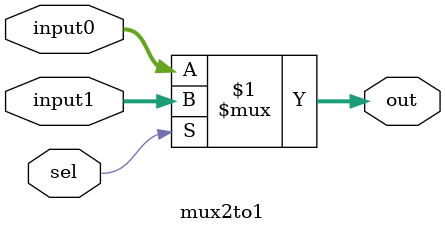
<source format=sv>


module mux2to1 #(parameter N_Bits=32) 
(
  input logic [N_Bits-1:0] input0,input1,
  input logic sel,
  output logic [N_Bits-1:0] out
);
assign out = sel? input1:input0;
endmodule 

</source>
